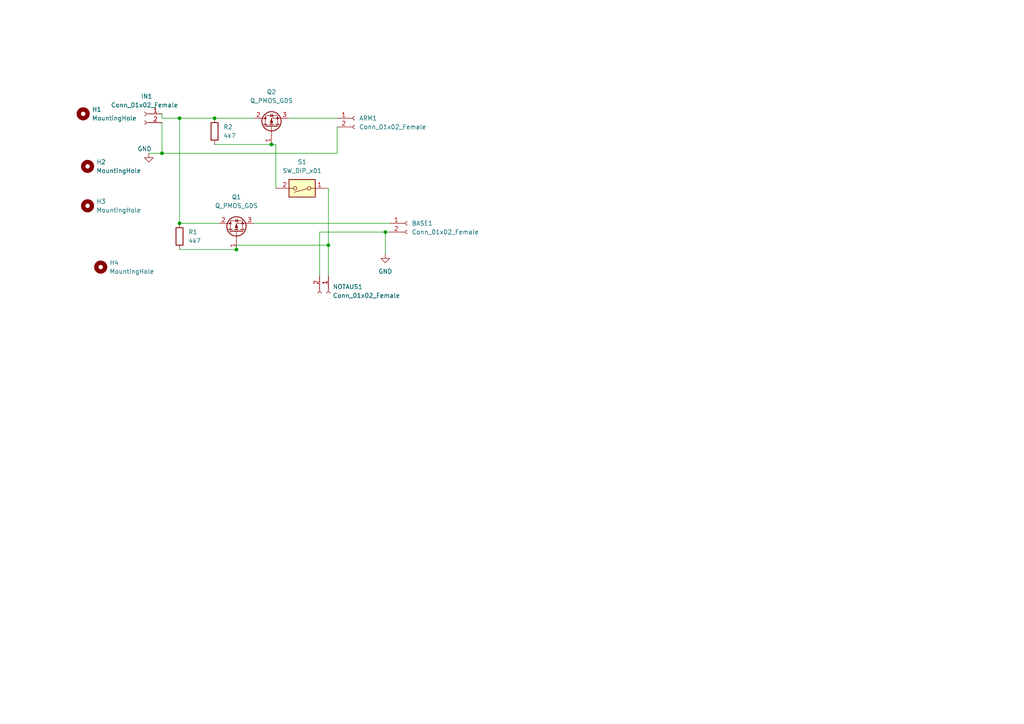
<source format=kicad_sch>
(kicad_sch (version 20211123) (generator eeschema)

  (uuid ccd22452-1cc7-4716-8242-c40ad235b629)

  (paper "A4")

  (lib_symbols
    (symbol "Connector:Conn_01x02_Female" (pin_names (offset 1.016) hide) (in_bom yes) (on_board yes)
      (property "Reference" "J" (id 0) (at 0 2.54 0)
        (effects (font (size 1.27 1.27)))
      )
      (property "Value" "Conn_01x02_Female" (id 1) (at 0 -5.08 0)
        (effects (font (size 1.27 1.27)))
      )
      (property "Footprint" "" (id 2) (at 0 0 0)
        (effects (font (size 1.27 1.27)) hide)
      )
      (property "Datasheet" "~" (id 3) (at 0 0 0)
        (effects (font (size 1.27 1.27)) hide)
      )
      (property "ki_keywords" "connector" (id 4) (at 0 0 0)
        (effects (font (size 1.27 1.27)) hide)
      )
      (property "ki_description" "Generic connector, single row, 01x02, script generated (kicad-library-utils/schlib/autogen/connector/)" (id 5) (at 0 0 0)
        (effects (font (size 1.27 1.27)) hide)
      )
      (property "ki_fp_filters" "Connector*:*_1x??_*" (id 6) (at 0 0 0)
        (effects (font (size 1.27 1.27)) hide)
      )
      (symbol "Conn_01x02_Female_1_1"
        (arc (start 0 -2.032) (mid -0.508 -2.54) (end 0 -3.048)
          (stroke (width 0.1524) (type default) (color 0 0 0 0))
          (fill (type none))
        )
        (polyline
          (pts
            (xy -1.27 -2.54)
            (xy -0.508 -2.54)
          )
          (stroke (width 0.1524) (type default) (color 0 0 0 0))
          (fill (type none))
        )
        (polyline
          (pts
            (xy -1.27 0)
            (xy -0.508 0)
          )
          (stroke (width 0.1524) (type default) (color 0 0 0 0))
          (fill (type none))
        )
        (arc (start 0 0.508) (mid -0.508 0) (end 0 -0.508)
          (stroke (width 0.1524) (type default) (color 0 0 0 0))
          (fill (type none))
        )
        (pin passive line (at -5.08 0 0) (length 3.81)
          (name "Pin_1" (effects (font (size 1.27 1.27))))
          (number "1" (effects (font (size 1.27 1.27))))
        )
        (pin passive line (at -5.08 -2.54 0) (length 3.81)
          (name "Pin_2" (effects (font (size 1.27 1.27))))
          (number "2" (effects (font (size 1.27 1.27))))
        )
      )
    )
    (symbol "Device:Q_PMOS_GDS" (pin_names (offset 0) hide) (in_bom yes) (on_board yes)
      (property "Reference" "Q" (id 0) (at 5.08 1.27 0)
        (effects (font (size 1.27 1.27)) (justify left))
      )
      (property "Value" "Q_PMOS_GDS" (id 1) (at 5.08 -1.27 0)
        (effects (font (size 1.27 1.27)) (justify left))
      )
      (property "Footprint" "" (id 2) (at 5.08 2.54 0)
        (effects (font (size 1.27 1.27)) hide)
      )
      (property "Datasheet" "~" (id 3) (at 0 0 0)
        (effects (font (size 1.27 1.27)) hide)
      )
      (property "ki_keywords" "transistor PMOS P-MOS P-MOSFET" (id 4) (at 0 0 0)
        (effects (font (size 1.27 1.27)) hide)
      )
      (property "ki_description" "P-MOSFET transistor, gate/drain/source" (id 5) (at 0 0 0)
        (effects (font (size 1.27 1.27)) hide)
      )
      (symbol "Q_PMOS_GDS_0_1"
        (polyline
          (pts
            (xy 0.254 0)
            (xy -2.54 0)
          )
          (stroke (width 0) (type default) (color 0 0 0 0))
          (fill (type none))
        )
        (polyline
          (pts
            (xy 0.254 1.905)
            (xy 0.254 -1.905)
          )
          (stroke (width 0.254) (type default) (color 0 0 0 0))
          (fill (type none))
        )
        (polyline
          (pts
            (xy 0.762 -1.27)
            (xy 0.762 -2.286)
          )
          (stroke (width 0.254) (type default) (color 0 0 0 0))
          (fill (type none))
        )
        (polyline
          (pts
            (xy 0.762 0.508)
            (xy 0.762 -0.508)
          )
          (stroke (width 0.254) (type default) (color 0 0 0 0))
          (fill (type none))
        )
        (polyline
          (pts
            (xy 0.762 2.286)
            (xy 0.762 1.27)
          )
          (stroke (width 0.254) (type default) (color 0 0 0 0))
          (fill (type none))
        )
        (polyline
          (pts
            (xy 2.54 2.54)
            (xy 2.54 1.778)
          )
          (stroke (width 0) (type default) (color 0 0 0 0))
          (fill (type none))
        )
        (polyline
          (pts
            (xy 2.54 -2.54)
            (xy 2.54 0)
            (xy 0.762 0)
          )
          (stroke (width 0) (type default) (color 0 0 0 0))
          (fill (type none))
        )
        (polyline
          (pts
            (xy 0.762 1.778)
            (xy 3.302 1.778)
            (xy 3.302 -1.778)
            (xy 0.762 -1.778)
          )
          (stroke (width 0) (type default) (color 0 0 0 0))
          (fill (type none))
        )
        (polyline
          (pts
            (xy 2.286 0)
            (xy 1.27 0.381)
            (xy 1.27 -0.381)
            (xy 2.286 0)
          )
          (stroke (width 0) (type default) (color 0 0 0 0))
          (fill (type outline))
        )
        (polyline
          (pts
            (xy 2.794 -0.508)
            (xy 2.921 -0.381)
            (xy 3.683 -0.381)
            (xy 3.81 -0.254)
          )
          (stroke (width 0) (type default) (color 0 0 0 0))
          (fill (type none))
        )
        (polyline
          (pts
            (xy 3.302 -0.381)
            (xy 2.921 0.254)
            (xy 3.683 0.254)
            (xy 3.302 -0.381)
          )
          (stroke (width 0) (type default) (color 0 0 0 0))
          (fill (type none))
        )
        (circle (center 1.651 0) (radius 2.794)
          (stroke (width 0.254) (type default) (color 0 0 0 0))
          (fill (type none))
        )
        (circle (center 2.54 -1.778) (radius 0.254)
          (stroke (width 0) (type default) (color 0 0 0 0))
          (fill (type outline))
        )
        (circle (center 2.54 1.778) (radius 0.254)
          (stroke (width 0) (type default) (color 0 0 0 0))
          (fill (type outline))
        )
      )
      (symbol "Q_PMOS_GDS_1_1"
        (pin input line (at -5.08 0 0) (length 2.54)
          (name "G" (effects (font (size 1.27 1.27))))
          (number "1" (effects (font (size 1.27 1.27))))
        )
        (pin passive line (at 2.54 5.08 270) (length 2.54)
          (name "D" (effects (font (size 1.27 1.27))))
          (number "2" (effects (font (size 1.27 1.27))))
        )
        (pin passive line (at 2.54 -5.08 90) (length 2.54)
          (name "S" (effects (font (size 1.27 1.27))))
          (number "3" (effects (font (size 1.27 1.27))))
        )
      )
    )
    (symbol "Device:R" (pin_numbers hide) (pin_names (offset 0)) (in_bom yes) (on_board yes)
      (property "Reference" "R" (id 0) (at 2.032 0 90)
        (effects (font (size 1.27 1.27)))
      )
      (property "Value" "R" (id 1) (at 0 0 90)
        (effects (font (size 1.27 1.27)))
      )
      (property "Footprint" "" (id 2) (at -1.778 0 90)
        (effects (font (size 1.27 1.27)) hide)
      )
      (property "Datasheet" "~" (id 3) (at 0 0 0)
        (effects (font (size 1.27 1.27)) hide)
      )
      (property "ki_keywords" "R res resistor" (id 4) (at 0 0 0)
        (effects (font (size 1.27 1.27)) hide)
      )
      (property "ki_description" "Resistor" (id 5) (at 0 0 0)
        (effects (font (size 1.27 1.27)) hide)
      )
      (property "ki_fp_filters" "R_*" (id 6) (at 0 0 0)
        (effects (font (size 1.27 1.27)) hide)
      )
      (symbol "R_0_1"
        (rectangle (start -1.016 -2.54) (end 1.016 2.54)
          (stroke (width 0.254) (type default) (color 0 0 0 0))
          (fill (type none))
        )
      )
      (symbol "R_1_1"
        (pin passive line (at 0 3.81 270) (length 1.27)
          (name "~" (effects (font (size 1.27 1.27))))
          (number "1" (effects (font (size 1.27 1.27))))
        )
        (pin passive line (at 0 -3.81 90) (length 1.27)
          (name "~" (effects (font (size 1.27 1.27))))
          (number "2" (effects (font (size 1.27 1.27))))
        )
      )
    )
    (symbol "Mechanical:MountingHole" (pin_names (offset 1.016)) (in_bom yes) (on_board yes)
      (property "Reference" "H" (id 0) (at 0 5.08 0)
        (effects (font (size 1.27 1.27)))
      )
      (property "Value" "MountingHole" (id 1) (at 0 3.175 0)
        (effects (font (size 1.27 1.27)))
      )
      (property "Footprint" "" (id 2) (at 0 0 0)
        (effects (font (size 1.27 1.27)) hide)
      )
      (property "Datasheet" "~" (id 3) (at 0 0 0)
        (effects (font (size 1.27 1.27)) hide)
      )
      (property "ki_keywords" "mounting hole" (id 4) (at 0 0 0)
        (effects (font (size 1.27 1.27)) hide)
      )
      (property "ki_description" "Mounting Hole without connection" (id 5) (at 0 0 0)
        (effects (font (size 1.27 1.27)) hide)
      )
      (property "ki_fp_filters" "MountingHole*" (id 6) (at 0 0 0)
        (effects (font (size 1.27 1.27)) hide)
      )
      (symbol "MountingHole_0_1"
        (circle (center 0 0) (radius 1.27)
          (stroke (width 1.27) (type default) (color 0 0 0 0))
          (fill (type none))
        )
      )
    )
    (symbol "Switch:SW_DIP_x01" (pin_names (offset 0) hide) (in_bom yes) (on_board yes)
      (property "Reference" "SW" (id 0) (at 0 3.81 0)
        (effects (font (size 1.27 1.27)))
      )
      (property "Value" "SW_DIP_x01" (id 1) (at 0 -3.81 0)
        (effects (font (size 1.27 1.27)))
      )
      (property "Footprint" "" (id 2) (at 0 0 0)
        (effects (font (size 1.27 1.27)) hide)
      )
      (property "Datasheet" "~" (id 3) (at 0 0 0)
        (effects (font (size 1.27 1.27)) hide)
      )
      (property "ki_keywords" "dip switch" (id 4) (at 0 0 0)
        (effects (font (size 1.27 1.27)) hide)
      )
      (property "ki_description" "1x DIP Switch, Single Pole Single Throw (SPST) switch, small symbol" (id 5) (at 0 0 0)
        (effects (font (size 1.27 1.27)) hide)
      )
      (property "ki_fp_filters" "SW?DIP?x1*" (id 6) (at 0 0 0)
        (effects (font (size 1.27 1.27)) hide)
      )
      (symbol "SW_DIP_x01_0_0"
        (circle (center -2.032 0) (radius 0.508)
          (stroke (width 0) (type default) (color 0 0 0 0))
          (fill (type none))
        )
        (polyline
          (pts
            (xy -1.524 0.127)
            (xy 2.3622 1.1684)
          )
          (stroke (width 0) (type default) (color 0 0 0 0))
          (fill (type none))
        )
        (circle (center 2.032 0) (radius 0.508)
          (stroke (width 0) (type default) (color 0 0 0 0))
          (fill (type none))
        )
      )
      (symbol "SW_DIP_x01_0_1"
        (rectangle (start -3.81 2.54) (end 3.81 -2.54)
          (stroke (width 0.254) (type default) (color 0 0 0 0))
          (fill (type background))
        )
      )
      (symbol "SW_DIP_x01_1_1"
        (pin passive line (at -7.62 0 0) (length 5.08)
          (name "~" (effects (font (size 1.27 1.27))))
          (number "1" (effects (font (size 1.27 1.27))))
        )
        (pin passive line (at 7.62 0 180) (length 5.08)
          (name "~" (effects (font (size 1.27 1.27))))
          (number "2" (effects (font (size 1.27 1.27))))
        )
      )
    )
    (symbol "power:GND" (power) (pin_names (offset 0)) (in_bom yes) (on_board yes)
      (property "Reference" "#PWR" (id 0) (at 0 -6.35 0)
        (effects (font (size 1.27 1.27)) hide)
      )
      (property "Value" "GND" (id 1) (at 0 -3.81 0)
        (effects (font (size 1.27 1.27)))
      )
      (property "Footprint" "" (id 2) (at 0 0 0)
        (effects (font (size 1.27 1.27)) hide)
      )
      (property "Datasheet" "" (id 3) (at 0 0 0)
        (effects (font (size 1.27 1.27)) hide)
      )
      (property "ki_keywords" "power-flag" (id 4) (at 0 0 0)
        (effects (font (size 1.27 1.27)) hide)
      )
      (property "ki_description" "Power symbol creates a global label with name \"GND\" , ground" (id 5) (at 0 0 0)
        (effects (font (size 1.27 1.27)) hide)
      )
      (symbol "GND_0_1"
        (polyline
          (pts
            (xy 0 0)
            (xy 0 -1.27)
            (xy 1.27 -1.27)
            (xy 0 -2.54)
            (xy -1.27 -1.27)
            (xy 0 -1.27)
          )
          (stroke (width 0) (type default) (color 0 0 0 0))
          (fill (type none))
        )
      )
      (symbol "GND_1_1"
        (pin power_in line (at 0 0 270) (length 0) hide
          (name "GND" (effects (font (size 1.27 1.27))))
          (number "1" (effects (font (size 1.27 1.27))))
        )
      )
    )
  )

  (junction (at 78.74 41.91) (diameter 0) (color 0 0 0 0)
    (uuid 4cea78a4-c11a-4d61-a349-0671eb048dd0)
  )
  (junction (at 111.76 67.31) (diameter 0) (color 0 0 0 0)
    (uuid 62e7f04f-8aa6-4316-8f3f-6b5e74934257)
  )
  (junction (at 95.25 71.12) (diameter 0) (color 0 0 0 0)
    (uuid 6736bc7c-2cf1-4b6c-929e-0be7a2b9860d)
  )
  (junction (at 68.58 72.39) (diameter 0) (color 0 0 0 0)
    (uuid b9f02a88-83ab-4066-9ee5-573693a5e817)
  )
  (junction (at 52.07 64.77) (diameter 0) (color 0 0 0 0)
    (uuid c723a42b-c3a0-4a21-b8a8-bfbb39480bd1)
  )
  (junction (at 62.23 34.29) (diameter 0) (color 0 0 0 0)
    (uuid e7af5921-fae2-42f5-a45a-b0c73ad619c2)
  )
  (junction (at 46.99 44.45) (diameter 0) (color 0 0 0 0)
    (uuid ec2e636b-c0f0-4e36-b4bb-3b36f07cd7f3)
  )
  (junction (at 52.07 34.29) (diameter 0) (color 0 0 0 0)
    (uuid fac5e54f-4841-408c-8bd7-4a8e00adf935)
  )

  (wire (pts (xy 80.01 54.61) (xy 80.01 41.91))
    (stroke (width 0) (type default) (color 0 0 0 0))
    (uuid 061804af-3a9e-4078-ba99-3dfef6d17c04)
  )
  (wire (pts (xy 80.01 41.91) (xy 78.74 41.91))
    (stroke (width 0) (type default) (color 0 0 0 0))
    (uuid 081900f9-fbb5-43fb-b1bc-94e77610bfca)
  )
  (wire (pts (xy 95.25 54.61) (xy 95.25 71.12))
    (stroke (width 0) (type default) (color 0 0 0 0))
    (uuid 17ad303e-8502-43d1-8a6a-1aed15fc1af2)
  )
  (wire (pts (xy 92.71 67.31) (xy 92.71 80.01))
    (stroke (width 0) (type default) (color 0 0 0 0))
    (uuid 1f5f720e-d941-4383-a417-dc6cc296e1cc)
  )
  (wire (pts (xy 95.25 80.01) (xy 95.25 71.12))
    (stroke (width 0) (type default) (color 0 0 0 0))
    (uuid 1f99d8df-1112-42e9-beb6-8e15f46d36fd)
  )
  (wire (pts (xy 46.99 34.29) (xy 46.99 33.02))
    (stroke (width 0) (type default) (color 0 0 0 0))
    (uuid 2aaa74a7-d9d9-4098-b4bf-4333a3f02c29)
  )
  (wire (pts (xy 95.25 71.12) (xy 68.58 71.12))
    (stroke (width 0) (type default) (color 0 0 0 0))
    (uuid 40e96248-aaf8-4fd2-b9e9-2f21a031391a)
  )
  (wire (pts (xy 62.23 34.29) (xy 73.66 34.29))
    (stroke (width 0) (type default) (color 0 0 0 0))
    (uuid 44cdf252-9ba9-4ff4-988e-e2e0a9d9045f)
  )
  (wire (pts (xy 46.99 44.45) (xy 97.79 44.45))
    (stroke (width 0) (type default) (color 0 0 0 0))
    (uuid 47ac1707-9122-4af3-8ff5-16ae30a5ef0b)
  )
  (wire (pts (xy 46.99 34.29) (xy 52.07 34.29))
    (stroke (width 0) (type default) (color 0 0 0 0))
    (uuid 5d04fd35-e0ee-4b5b-8285-5ea8ed70be33)
  )
  (wire (pts (xy 62.23 41.91) (xy 78.74 41.91))
    (stroke (width 0) (type default) (color 0 0 0 0))
    (uuid 7c931990-1400-4d9c-9c72-e783fe24e4bf)
  )
  (wire (pts (xy 73.66 64.77) (xy 113.03 64.77))
    (stroke (width 0) (type default) (color 0 0 0 0))
    (uuid 93ad4a7d-acd7-479d-a537-8002e9435ea5)
  )
  (wire (pts (xy 43.18 44.45) (xy 46.99 44.45))
    (stroke (width 0) (type default) (color 0 0 0 0))
    (uuid 9d38ddf9-3519-41e9-ba72-ff1d65b6ce43)
  )
  (wire (pts (xy 92.71 67.31) (xy 111.76 67.31))
    (stroke (width 0) (type default) (color 0 0 0 0))
    (uuid 9f89dffc-88ef-4230-98f4-36d19acd7fcd)
  )
  (wire (pts (xy 52.07 64.77) (xy 63.5 64.77))
    (stroke (width 0) (type default) (color 0 0 0 0))
    (uuid ab3a0416-9cdb-4acc-9e36-31d16762cab6)
  )
  (wire (pts (xy 83.82 34.29) (xy 97.79 34.29))
    (stroke (width 0) (type default) (color 0 0 0 0))
    (uuid abe17c8b-8cb4-49d4-b019-a532c94d939e)
  )
  (wire (pts (xy 68.58 71.12) (xy 68.58 72.39))
    (stroke (width 0) (type default) (color 0 0 0 0))
    (uuid b25473ff-2277-4e0c-b13f-91537e06d91c)
  )
  (wire (pts (xy 111.76 67.31) (xy 113.03 67.31))
    (stroke (width 0) (type default) (color 0 0 0 0))
    (uuid b967d6b8-097d-4495-8e19-7cde965dbff9)
  )
  (wire (pts (xy 52.07 72.39) (xy 68.58 72.39))
    (stroke (width 0) (type default) (color 0 0 0 0))
    (uuid bb5e7226-86f3-4520-a597-de931144f66c)
  )
  (wire (pts (xy 111.76 67.31) (xy 111.76 73.66))
    (stroke (width 0) (type default) (color 0 0 0 0))
    (uuid d1023cdb-25cf-48a5-829c-602e43bea270)
  )
  (wire (pts (xy 52.07 34.29) (xy 62.23 34.29))
    (stroke (width 0) (type default) (color 0 0 0 0))
    (uuid d824bf14-27f6-4532-9d6e-e00b117d222a)
  )
  (wire (pts (xy 46.99 35.56) (xy 46.99 44.45))
    (stroke (width 0) (type default) (color 0 0 0 0))
    (uuid e1b15daa-9f3d-412b-bb87-ff897c0ff52e)
  )
  (wire (pts (xy 52.07 34.29) (xy 52.07 64.77))
    (stroke (width 0) (type default) (color 0 0 0 0))
    (uuid e4190869-9035-4e5a-832f-b5970de1181f)
  )
  (wire (pts (xy 97.79 44.45) (xy 97.79 36.83))
    (stroke (width 0) (type default) (color 0 0 0 0))
    (uuid f0330520-a9a3-4815-8260-1bf5428014eb)
  )

  (symbol (lib_id "Device:R") (at 52.07 68.58 0) (unit 1)
    (in_bom yes) (on_board yes) (fields_autoplaced)
    (uuid 364d1239-b803-4488-baeb-702d65ff7140)
    (property "Reference" "R1" (id 0) (at 54.61 67.3099 0)
      (effects (font (size 1.27 1.27)) (justify left))
    )
    (property "Value" "4k7" (id 1) (at 54.61 69.8499 0)
      (effects (font (size 1.27 1.27)) (justify left))
    )
    (property "Footprint" "Resistor_SMD:R_0805_2012Metric_Pad1.20x1.40mm_HandSolder" (id 2) (at 50.292 68.58 90)
      (effects (font (size 1.27 1.27)) hide)
    )
    (property "Datasheet" "~" (id 3) (at 52.07 68.58 0)
      (effects (font (size 1.27 1.27)) hide)
    )
    (pin "1" (uuid aef94dca-ea6f-4393-b762-3903f55eb62d))
    (pin "2" (uuid 1434916e-7206-413b-b911-3821a4b49999))
  )

  (symbol (lib_id "Device:R") (at 62.23 38.1 180) (unit 1)
    (in_bom yes) (on_board yes) (fields_autoplaced)
    (uuid 37950968-44a9-447d-b418-a772b4d849bd)
    (property "Reference" "R2" (id 0) (at 64.77 36.8299 0)
      (effects (font (size 1.27 1.27)) (justify right))
    )
    (property "Value" "4k7" (id 1) (at 64.77 39.3699 0)
      (effects (font (size 1.27 1.27)) (justify right))
    )
    (property "Footprint" "Resistor_SMD:R_0805_2012Metric_Pad1.20x1.40mm_HandSolder" (id 2) (at 64.008 38.1 90)
      (effects (font (size 1.27 1.27)) hide)
    )
    (property "Datasheet" "~" (id 3) (at 62.23 38.1 0)
      (effects (font (size 1.27 1.27)) hide)
    )
    (pin "1" (uuid db58ddda-ca82-415b-ac02-7773090f7c8f))
    (pin "2" (uuid bb01c197-4ec8-4fa9-a588-ea46c6f26c11))
  )

  (symbol (lib_id "Mechanical:MountingHole") (at 29.21 77.47 0) (unit 1)
    (in_bom yes) (on_board yes) (fields_autoplaced)
    (uuid 3ab2323a-2b07-400d-8da6-c78de852b0f5)
    (property "Reference" "H4" (id 0) (at 31.75 76.1999 0)
      (effects (font (size 1.27 1.27)) (justify left))
    )
    (property "Value" "MountingHole" (id 1) (at 31.75 78.7399 0)
      (effects (font (size 1.27 1.27)) (justify left))
    )
    (property "Footprint" "MountingHole:MountingHole_3.2mm_M3" (id 2) (at 29.21 77.47 0)
      (effects (font (size 1.27 1.27)) hide)
    )
    (property "Datasheet" "~" (id 3) (at 29.21 77.47 0)
      (effects (font (size 1.27 1.27)) hide)
    )
  )

  (symbol (lib_id "Connector:Conn_01x02_Female") (at 95.25 85.09 270) (unit 1)
    (in_bom yes) (on_board yes) (fields_autoplaced)
    (uuid 43535368-2da6-4482-9256-89aec2335d79)
    (property "Reference" "NOTAUS1" (id 0) (at 96.52 83.1849 90)
      (effects (font (size 1.27 1.27)) (justify left))
    )
    (property "Value" "Conn_01x02_Female" (id 1) (at 96.52 85.7249 90)
      (effects (font (size 1.27 1.27)) (justify left))
    )
    (property "Footprint" "ROBOTTO:TerminalBlock_bornier-2_P5.08mm" (id 2) (at 95.25 85.09 0)
      (effects (font (size 1.27 1.27)) hide)
    )
    (property "Datasheet" "~" (id 3) (at 95.25 85.09 0)
      (effects (font (size 1.27 1.27)) hide)
    )
    (pin "1" (uuid eed595cf-76f7-4c61-89a8-deef063f8b66))
    (pin "2" (uuid 34b820c8-1c6e-46c4-aed6-25f678115103))
  )

  (symbol (lib_id "Connector:Conn_01x02_Female") (at 102.87 34.29 0) (unit 1)
    (in_bom yes) (on_board yes) (fields_autoplaced)
    (uuid 461665c4-95c4-4087-8759-c095e8d71888)
    (property "Reference" "ARM1" (id 0) (at 104.14 34.2899 0)
      (effects (font (size 1.27 1.27)) (justify left))
    )
    (property "Value" "Conn_01x02_Female" (id 1) (at 104.14 36.8299 0)
      (effects (font (size 1.27 1.27)) (justify left))
    )
    (property "Footprint" "Connector_AMASS:AMASS_XT60-F_1x02_P7.20mm_Vertical" (id 2) (at 102.87 34.29 0)
      (effects (font (size 1.27 1.27)) hide)
    )
    (property "Datasheet" "~" (id 3) (at 102.87 34.29 0)
      (effects (font (size 1.27 1.27)) hide)
    )
    (pin "1" (uuid aa7a9456-1ba5-47b0-bab2-1167c1664eac))
    (pin "2" (uuid 64ae909f-2363-46d8-996f-ab7d58b3dea1))
  )

  (symbol (lib_id "Connector:Conn_01x02_Female") (at 118.11 64.77 0) (unit 1)
    (in_bom yes) (on_board yes) (fields_autoplaced)
    (uuid 4c6f0c00-9f8f-4a23-8ab4-518c77388cd0)
    (property "Reference" "BASE1" (id 0) (at 119.38 64.7699 0)
      (effects (font (size 1.27 1.27)) (justify left))
    )
    (property "Value" "Conn_01x02_Female" (id 1) (at 119.38 67.3099 0)
      (effects (font (size 1.27 1.27)) (justify left))
    )
    (property "Footprint" "Connector_AMASS:AMASS_XT60-F_1x02_P7.20mm_Vertical" (id 2) (at 118.11 64.77 0)
      (effects (font (size 1.27 1.27)) hide)
    )
    (property "Datasheet" "~" (id 3) (at 118.11 64.77 0)
      (effects (font (size 1.27 1.27)) hide)
    )
    (pin "1" (uuid ed7e7c02-3000-4c68-8e4a-194151d25942))
    (pin "2" (uuid 6bc1434b-c746-4022-b5ad-f4af7efe84f4))
  )

  (symbol (lib_id "Device:Q_PMOS_GDS") (at 78.74 36.83 90) (unit 1)
    (in_bom yes) (on_board yes) (fields_autoplaced)
    (uuid 66bb465f-6dcb-43cb-a601-5f85cbc8627a)
    (property "Reference" "Q2" (id 0) (at 78.74 26.67 90))
    (property "Value" "Q_PMOS_GDS" (id 1) (at 78.74 29.21 90))
    (property "Footprint" "Package_TO_SOT_THT:TO-220-3_Horizontal_TabDown" (id 2) (at 76.2 31.75 0)
      (effects (font (size 1.27 1.27)) hide)
    )
    (property "Datasheet" "~" (id 3) (at 78.74 36.83 0)
      (effects (font (size 1.27 1.27)) hide)
    )
    (pin "1" (uuid 8875449e-a0d8-47a5-929a-2502bd9d27b1))
    (pin "2" (uuid b380be2a-810a-40ca-b2eb-d55273f13b86))
    (pin "3" (uuid 040a2f13-5bbd-4b69-b795-e5a567a90e84))
  )

  (symbol (lib_id "power:GND") (at 43.18 44.45 0) (unit 1)
    (in_bom yes) (on_board yes)
    (uuid 697c52cf-72f9-49f5-8e65-c1a375017651)
    (property "Reference" "#PWR01" (id 0) (at 43.18 50.8 0)
      (effects (font (size 1.27 1.27)) hide)
    )
    (property "Value" "GND" (id 1) (at 41.91 43.18 0))
    (property "Footprint" "" (id 2) (at 43.18 44.45 0)
      (effects (font (size 1.27 1.27)) hide)
    )
    (property "Datasheet" "" (id 3) (at 43.18 44.45 0)
      (effects (font (size 1.27 1.27)) hide)
    )
    (pin "1" (uuid 84f513c0-b3d1-44af-b42c-5a3cdf57b04f))
  )

  (symbol (lib_id "power:GND") (at 111.76 73.66 0) (unit 1)
    (in_bom yes) (on_board yes) (fields_autoplaced)
    (uuid 6b23a0f1-cd2f-40a5-aaa6-7d93c1880334)
    (property "Reference" "#PWR02" (id 0) (at 111.76 80.01 0)
      (effects (font (size 1.27 1.27)) hide)
    )
    (property "Value" "GND" (id 1) (at 111.76 78.74 0))
    (property "Footprint" "" (id 2) (at 111.76 73.66 0)
      (effects (font (size 1.27 1.27)) hide)
    )
    (property "Datasheet" "" (id 3) (at 111.76 73.66 0)
      (effects (font (size 1.27 1.27)) hide)
    )
    (pin "1" (uuid a7b90516-01c6-4bfa-9757-c0a5d601d25b))
  )

  (symbol (lib_id "Mechanical:MountingHole") (at 25.4 48.26 0) (unit 1)
    (in_bom yes) (on_board yes) (fields_autoplaced)
    (uuid 75e1a673-40f9-4d19-acbc-50f4c7a848a7)
    (property "Reference" "H2" (id 0) (at 27.94 46.9899 0)
      (effects (font (size 1.27 1.27)) (justify left))
    )
    (property "Value" "MountingHole" (id 1) (at 27.94 49.5299 0)
      (effects (font (size 1.27 1.27)) (justify left))
    )
    (property "Footprint" "MountingHole:MountingHole_3.2mm_M3" (id 2) (at 25.4 48.26 0)
      (effects (font (size 1.27 1.27)) hide)
    )
    (property "Datasheet" "~" (id 3) (at 25.4 48.26 0)
      (effects (font (size 1.27 1.27)) hide)
    )
  )

  (symbol (lib_id "Mechanical:MountingHole") (at 25.4 59.69 0) (unit 1)
    (in_bom yes) (on_board yes) (fields_autoplaced)
    (uuid 8a06af7b-0b6d-45af-b07f-5516ec8105ca)
    (property "Reference" "H3" (id 0) (at 27.94 58.4199 0)
      (effects (font (size 1.27 1.27)) (justify left))
    )
    (property "Value" "MountingHole" (id 1) (at 27.94 60.9599 0)
      (effects (font (size 1.27 1.27)) (justify left))
    )
    (property "Footprint" "MountingHole:MountingHole_3.2mm_M3" (id 2) (at 25.4 59.69 0)
      (effects (font (size 1.27 1.27)) hide)
    )
    (property "Datasheet" "~" (id 3) (at 25.4 59.69 0)
      (effects (font (size 1.27 1.27)) hide)
    )
  )

  (symbol (lib_id "Device:Q_PMOS_GDS") (at 68.58 67.31 90) (unit 1)
    (in_bom yes) (on_board yes) (fields_autoplaced)
    (uuid 8d276b4a-5076-4310-9c44-49fa953d0638)
    (property "Reference" "Q1" (id 0) (at 68.58 57.15 90))
    (property "Value" "Q_PMOS_GDS" (id 1) (at 68.58 59.69 90))
    (property "Footprint" "Package_TO_SOT_THT:TO-220-3_Horizontal_TabDown" (id 2) (at 66.04 62.23 0)
      (effects (font (size 1.27 1.27)) hide)
    )
    (property "Datasheet" "~" (id 3) (at 68.58 67.31 0)
      (effects (font (size 1.27 1.27)) hide)
    )
    (pin "1" (uuid bab9f3d9-b712-4a7b-a49e-fbd6809ba98e))
    (pin "2" (uuid b6e65373-24ba-4f46-8850-d5dcae50bcb0))
    (pin "3" (uuid ced30909-954a-4cb0-9f24-77d3f6129e65))
  )

  (symbol (lib_id "Mechanical:MountingHole") (at 24.13 33.02 0) (unit 1)
    (in_bom yes) (on_board yes) (fields_autoplaced)
    (uuid c886fc22-7f74-4d2e-a3df-48d3f7ba9668)
    (property "Reference" "H1" (id 0) (at 26.67 31.7499 0)
      (effects (font (size 1.27 1.27)) (justify left))
    )
    (property "Value" "MountingHole" (id 1) (at 26.67 34.2899 0)
      (effects (font (size 1.27 1.27)) (justify left))
    )
    (property "Footprint" "MountingHole:MountingHole_3.2mm_M3" (id 2) (at 24.13 33.02 0)
      (effects (font (size 1.27 1.27)) hide)
    )
    (property "Datasheet" "~" (id 3) (at 24.13 33.02 0)
      (effects (font (size 1.27 1.27)) hide)
    )
  )

  (symbol (lib_id "Switch:SW_DIP_x01") (at 87.63 54.61 180) (unit 1)
    (in_bom yes) (on_board yes) (fields_autoplaced)
    (uuid e5f1e5d1-b914-49b2-870b-be07d9521660)
    (property "Reference" "S1" (id 0) (at 87.63 46.99 0))
    (property "Value" "SW_DIP_x01" (id 1) (at 87.63 49.53 0))
    (property "Footprint" "Connector_PinHeader_2.54mm:PinHeader_1x02_P2.54mm_Vertical" (id 2) (at 87.63 54.61 0)
      (effects (font (size 1.27 1.27)) hide)
    )
    (property "Datasheet" "~" (id 3) (at 87.63 54.61 0)
      (effects (font (size 1.27 1.27)) hide)
    )
    (pin "1" (uuid df21395f-5dd0-4062-bc4f-1e7d8a3c102d))
    (pin "2" (uuid 72321b9c-b5ab-4a06-b976-5a156c4a2ffa))
  )

  (symbol (lib_id "Connector:Conn_01x02_Female") (at 41.91 33.02 0) (mirror y) (unit 1)
    (in_bom yes) (on_board yes)
    (uuid e60ba69c-873b-4c3e-b18f-e97f485d8150)
    (property "Reference" "IN1" (id 0) (at 42.545 27.94 0))
    (property "Value" "Conn_01x02_Female" (id 1) (at 41.91 30.48 0))
    (property "Footprint" "Connector_AMASS:AMASS_XT60-M_1x02_P7.20mm_Vertical" (id 2) (at 41.91 33.02 0)
      (effects (font (size 1.27 1.27)) hide)
    )
    (property "Datasheet" "~" (id 3) (at 41.91 33.02 0)
      (effects (font (size 1.27 1.27)) hide)
    )
    (pin "1" (uuid 73375dac-6e93-4aec-a0c8-26e99cd49a85))
    (pin "2" (uuid 5d4b4537-e8f8-4317-8426-2b6f82bc15b2))
  )

  (sheet_instances
    (path "/" (page "1"))
  )

  (symbol_instances
    (path "/697c52cf-72f9-49f5-8e65-c1a375017651"
      (reference "#PWR01") (unit 1) (value "GND") (footprint "")
    )
    (path "/6b23a0f1-cd2f-40a5-aaa6-7d93c1880334"
      (reference "#PWR02") (unit 1) (value "GND") (footprint "")
    )
    (path "/461665c4-95c4-4087-8759-c095e8d71888"
      (reference "ARM1") (unit 1) (value "Conn_01x02_Female") (footprint "Connector_AMASS:AMASS_XT60-F_1x02_P7.20mm_Vertical")
    )
    (path "/4c6f0c00-9f8f-4a23-8ab4-518c77388cd0"
      (reference "BASE1") (unit 1) (value "Conn_01x02_Female") (footprint "Connector_AMASS:AMASS_XT60-F_1x02_P7.20mm_Vertical")
    )
    (path "/c886fc22-7f74-4d2e-a3df-48d3f7ba9668"
      (reference "H1") (unit 1) (value "MountingHole") (footprint "MountingHole:MountingHole_3.2mm_M3")
    )
    (path "/75e1a673-40f9-4d19-acbc-50f4c7a848a7"
      (reference "H2") (unit 1) (value "MountingHole") (footprint "MountingHole:MountingHole_3.2mm_M3")
    )
    (path "/8a06af7b-0b6d-45af-b07f-5516ec8105ca"
      (reference "H3") (unit 1) (value "MountingHole") (footprint "MountingHole:MountingHole_3.2mm_M3")
    )
    (path "/3ab2323a-2b07-400d-8da6-c78de852b0f5"
      (reference "H4") (unit 1) (value "MountingHole") (footprint "MountingHole:MountingHole_3.2mm_M3")
    )
    (path "/e60ba69c-873b-4c3e-b18f-e97f485d8150"
      (reference "IN1") (unit 1) (value "Conn_01x02_Female") (footprint "Connector_AMASS:AMASS_XT60-M_1x02_P7.20mm_Vertical")
    )
    (path "/43535368-2da6-4482-9256-89aec2335d79"
      (reference "NOTAUS1") (unit 1) (value "Conn_01x02_Female") (footprint "ROBOTTO:TerminalBlock_bornier-2_P5.08mm")
    )
    (path "/8d276b4a-5076-4310-9c44-49fa953d0638"
      (reference "Q1") (unit 1) (value "Q_PMOS_GDS") (footprint "Package_TO_SOT_THT:TO-220-3_Horizontal_TabDown")
    )
    (path "/66bb465f-6dcb-43cb-a601-5f85cbc8627a"
      (reference "Q2") (unit 1) (value "Q_PMOS_GDS") (footprint "Package_TO_SOT_THT:TO-220-3_Horizontal_TabDown")
    )
    (path "/364d1239-b803-4488-baeb-702d65ff7140"
      (reference "R1") (unit 1) (value "4k7") (footprint "Resistor_SMD:R_0805_2012Metric_Pad1.20x1.40mm_HandSolder")
    )
    (path "/37950968-44a9-447d-b418-a772b4d849bd"
      (reference "R2") (unit 1) (value "4k7") (footprint "Resistor_SMD:R_0805_2012Metric_Pad1.20x1.40mm_HandSolder")
    )
    (path "/e5f1e5d1-b914-49b2-870b-be07d9521660"
      (reference "S1") (unit 1) (value "SW_DIP_x01") (footprint "Connector_PinHeader_2.54mm:PinHeader_1x02_P2.54mm_Vertical")
    )
  )
)

</source>
